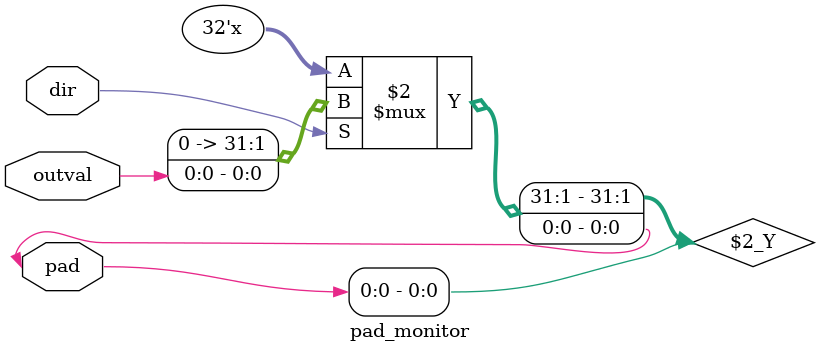
<source format=v>

module pad_monitor (input wire dir,
                    input wire outval,
                    inout wire pad);

       assign pad = dir ? outval : 'bz;       
endmodule

</source>
